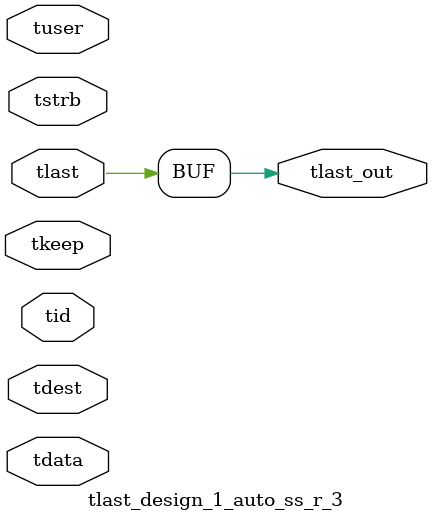
<source format=v>


`timescale 1ps/1ps

module tlast_design_1_auto_ss_r_3 #
(
parameter C_S_AXIS_TID_WIDTH   = 1,
parameter C_S_AXIS_TUSER_WIDTH = 0,
parameter C_S_AXIS_TDATA_WIDTH = 0,
parameter C_S_AXIS_TDEST_WIDTH = 0
)
(
input  [(C_S_AXIS_TID_WIDTH   == 0 ? 1 : C_S_AXIS_TID_WIDTH)-1:0       ] tid,
input  [(C_S_AXIS_TDATA_WIDTH == 0 ? 1 : C_S_AXIS_TDATA_WIDTH)-1:0     ] tdata,
input  [(C_S_AXIS_TUSER_WIDTH == 0 ? 1 : C_S_AXIS_TUSER_WIDTH)-1:0     ] tuser,
input  [(C_S_AXIS_TDEST_WIDTH == 0 ? 1 : C_S_AXIS_TDEST_WIDTH)-1:0     ] tdest,
input  [(C_S_AXIS_TDATA_WIDTH/8)-1:0 ] tkeep,
input  [(C_S_AXIS_TDATA_WIDTH/8)-1:0 ] tstrb,
input  [0:0]                                                             tlast,
output                                                                   tlast_out
);

assign tlast_out = {tlast};

endmodule


</source>
